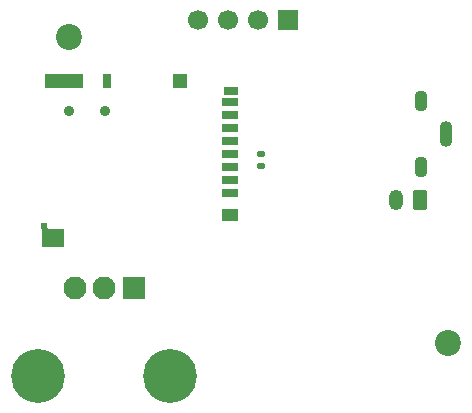
<source format=gbr>
%TF.GenerationSoftware,KiCad,Pcbnew,9.0.2*%
%TF.CreationDate,2025-07-15T12:28:35-04:00*%
%TF.ProjectId,GPSWatch,47505357-6174-4636-982e-6b696361645f,rev?*%
%TF.SameCoordinates,Original*%
%TF.FileFunction,Soldermask,Bot*%
%TF.FilePolarity,Negative*%
%FSLAX46Y46*%
G04 Gerber Fmt 4.6, Leading zero omitted, Abs format (unit mm)*
G04 Created by KiCad (PCBNEW 9.0.2) date 2025-07-15 12:28:35*
%MOMM*%
%LPD*%
G01*
G04 APERTURE LIST*
G04 Aperture macros list*
%AMRoundRect*
0 Rectangle with rounded corners*
0 $1 Rounding radius*
0 $2 $3 $4 $5 $6 $7 $8 $9 X,Y pos of 4 corners*
0 Add a 4 corners polygon primitive as box body*
4,1,4,$2,$3,$4,$5,$6,$7,$8,$9,$2,$3,0*
0 Add four circle primitives for the rounded corners*
1,1,$1+$1,$2,$3*
1,1,$1+$1,$4,$5*
1,1,$1+$1,$6,$7*
1,1,$1+$1,$8,$9*
0 Add four rect primitives between the rounded corners*
20,1,$1+$1,$2,$3,$4,$5,0*
20,1,$1+$1,$4,$5,$6,$7,0*
20,1,$1+$1,$6,$7,$8,$9,0*
20,1,$1+$1,$8,$9,$2,$3,0*%
%AMRotRect*
0 Rectangle, with rotation*
0 The origin of the aperture is its center*
0 $1 length*
0 $2 width*
0 $3 Rotation angle, in degrees counterclockwise*
0 Add horizontal line*
21,1,$1,$2,0,0,$3*%
G04 Aperture macros list end*
%ADD10C,0.900000*%
%ADD11C,2.200000*%
%ADD12RoundRect,0.250000X0.350000X0.625000X-0.350000X0.625000X-0.350000X-0.625000X0.350000X-0.625000X0*%
%ADD13O,1.200000X1.750000*%
%ADD14O,1.100000X1.800000*%
%ADD15O,1.100000X2.200000*%
%ADD16R,1.700000X1.700000*%
%ADD17C,1.700000*%
%ADD18R,1.950000X1.950000*%
%ADD19C,1.950000*%
%ADD20C,4.562000*%
%ADD21RoundRect,0.140000X-0.170000X0.140000X-0.170000X-0.140000X0.170000X-0.140000X0.170000X0.140000X0*%
%ADD22R,1.400000X0.700000*%
%ADD23R,1.200000X0.700000*%
%ADD24R,0.800000X1.200000*%
%ADD25R,1.900000X1.500000*%
%ADD26RotRect,0.200000X0.200000X45.000000*%
%ADD27R,0.500000X0.500000*%
%ADD28R,1.400000X1.000000*%
%ADD29R,3.200000X1.200000*%
%ADD30R,1.200000X1.200000*%
G04 APERTURE END LIST*
D10*
%TO.C,SW1*%
X112250000Y-113440000D03*
X115250000Y-113440000D03*
%TD*%
D11*
%TO.C,H3*%
X112200000Y-107150000D03*
%TD*%
D12*
%TO.C,J1*%
X141900000Y-121000000D03*
D13*
X139900000Y-121000000D03*
%TD*%
D14*
%TO.C,J2*%
X142015500Y-112600000D03*
D15*
X144165500Y-115400000D03*
D14*
X142015500Y-118200000D03*
%TD*%
D16*
%TO.C,J5*%
X130760000Y-105700000D03*
D17*
X128220000Y-105700000D03*
X125680000Y-105700000D03*
X123140000Y-105700000D03*
%TD*%
D11*
%TO.C,H4*%
X144300000Y-133100000D03*
%TD*%
D18*
%TO.C,U3*%
X117700000Y-128400000D03*
D19*
X112700000Y-128400000D03*
X115200000Y-128400000D03*
D20*
X120800000Y-135900000D03*
X109600000Y-135900000D03*
%TD*%
D21*
%TO.C,C16*%
X128500000Y-117120000D03*
X128500000Y-118080000D03*
%TD*%
D22*
%TO.C,J4*%
X125825000Y-120375000D03*
X125825000Y-119275000D03*
X125825000Y-118175000D03*
X125825000Y-117075000D03*
X125825000Y-115975000D03*
X125825000Y-114875000D03*
X125825000Y-113775000D03*
X125825000Y-112675000D03*
D23*
X125925000Y-111725000D03*
D24*
X115425000Y-110875000D03*
D25*
X110825000Y-124175000D03*
D26*
X110375000Y-123425000D03*
D27*
X110125000Y-123175000D03*
D28*
X125825000Y-122275000D03*
D29*
X111825000Y-110875000D03*
D30*
X121625000Y-110875000D03*
%TD*%
M02*

</source>
